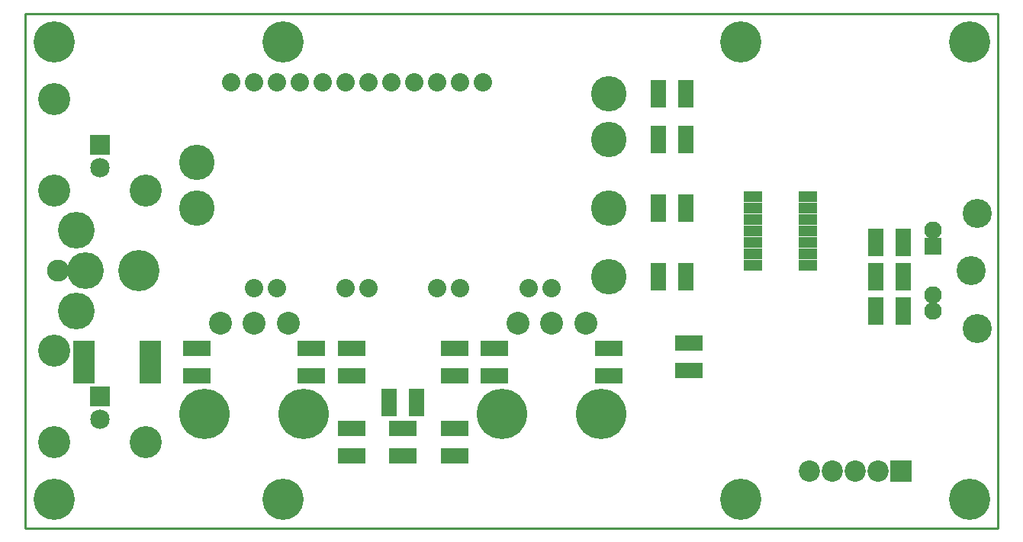
<source format=gbs>
G04 (created by PCBNEW-RS274X (2011-05-25)-stable) date Thu 26 Sep 2013 02:57:48 PM EDT*
G01*
G70*
G90*
%MOIN*%
G04 Gerber Fmt 3.4, Leading zero omitted, Abs format*
%FSLAX34Y34*%
G04 APERTURE LIST*
%ADD10C,0.006000*%
%ADD11C,0.009000*%
%ADD12C,0.127000*%
%ADD13C,0.076000*%
%ADD14R,0.076000X0.076000*%
%ADD15C,0.180000*%
%ADD16R,0.120000X0.070000*%
%ADD17C,0.080000*%
%ADD18R,0.070000X0.120000*%
%ADD19C,0.220000*%
%ADD20C,0.100000*%
%ADD21C,0.096000*%
%ADD22C,0.160000*%
%ADD23C,0.140000*%
%ADD24R,0.085000X0.085000*%
%ADD25C,0.085000*%
%ADD26C,0.093000*%
%ADD27R,0.093000X0.093000*%
%ADD28R,0.095000X0.190000*%
%ADD29C,0.155000*%
%ADD30R,0.080000X0.045000*%
G04 APERTURE END LIST*
G54D10*
G54D11*
X29500Y-30500D02*
X29500Y-53000D01*
X72000Y-30500D02*
X29500Y-30500D01*
X72000Y-53000D02*
X72000Y-30500D01*
X29500Y-53000D02*
X72000Y-53000D01*
G54D12*
X71090Y-44270D03*
X71090Y-39230D03*
G54D13*
X69170Y-43520D03*
X69170Y-39980D03*
X69170Y-42815D03*
G54D14*
X69170Y-40685D03*
G54D12*
X70820Y-41750D03*
G54D15*
X30750Y-51750D03*
X40750Y-51750D03*
X30750Y-31750D03*
G54D16*
X48250Y-45150D03*
X48250Y-46350D03*
X43750Y-46350D03*
X43750Y-45150D03*
G54D15*
X60750Y-51750D03*
X70750Y-31750D03*
X70750Y-51750D03*
G54D16*
X42000Y-46350D03*
X42000Y-45150D03*
X43750Y-48650D03*
X43750Y-49850D03*
G54D17*
X44500Y-42500D03*
X43500Y-42500D03*
X40500Y-42500D03*
X39500Y-42500D03*
X47500Y-42500D03*
X48500Y-42500D03*
X51500Y-42500D03*
X52500Y-42500D03*
X38500Y-33500D03*
X39500Y-33500D03*
X40500Y-33500D03*
X41500Y-33500D03*
X42500Y-33500D03*
X43500Y-33500D03*
X44500Y-33500D03*
X45500Y-33500D03*
X46500Y-33500D03*
X47500Y-33500D03*
X48500Y-33500D03*
X49500Y-33500D03*
G54D18*
X66650Y-43500D03*
X67850Y-43500D03*
G54D16*
X58500Y-46100D03*
X58500Y-44900D03*
G54D18*
X45400Y-47500D03*
X46600Y-47500D03*
G54D16*
X46000Y-48650D03*
X46000Y-49850D03*
X55000Y-46350D03*
X55000Y-45150D03*
X50000Y-45150D03*
X50000Y-46350D03*
X37000Y-45150D03*
X37000Y-46350D03*
G54D18*
X58350Y-39000D03*
X57150Y-39000D03*
X66650Y-40500D03*
X67850Y-40500D03*
G54D16*
X48250Y-49850D03*
X48250Y-48650D03*
G54D18*
X66650Y-42000D03*
X67850Y-42000D03*
G54D19*
X41670Y-48000D03*
X37330Y-48000D03*
G54D20*
X39500Y-44060D03*
X40980Y-44060D03*
X38020Y-44060D03*
G54D19*
X54670Y-48000D03*
X50330Y-48000D03*
G54D20*
X52500Y-44060D03*
X53980Y-44060D03*
X51020Y-44060D03*
G54D15*
X40750Y-31750D03*
G54D18*
X57150Y-34000D03*
X58350Y-34000D03*
X58350Y-36000D03*
X57150Y-36000D03*
X57150Y-42000D03*
X58350Y-42000D03*
G54D21*
X30930Y-41750D03*
G54D22*
X32110Y-41750D03*
G54D15*
X34470Y-41750D03*
G54D22*
X31720Y-39980D03*
X31720Y-43520D03*
G54D23*
X30750Y-38250D03*
X30750Y-34250D03*
G54D24*
X32750Y-36250D03*
G54D25*
X32750Y-37250D03*
G54D23*
X34750Y-38250D03*
X30750Y-49250D03*
X30750Y-45250D03*
G54D24*
X32750Y-47250D03*
G54D25*
X32750Y-48250D03*
G54D23*
X34750Y-49250D03*
G54D26*
X66750Y-50500D03*
X65750Y-50500D03*
G54D27*
X67750Y-50500D03*
G54D26*
X64750Y-50500D03*
X63750Y-50500D03*
G54D15*
X60750Y-31750D03*
G54D28*
X34950Y-45750D03*
X32050Y-45750D03*
G54D29*
X37000Y-39000D03*
X37000Y-37000D03*
X55000Y-34000D03*
X55000Y-36000D03*
X55000Y-39000D03*
X55000Y-42000D03*
G54D30*
X61300Y-41500D03*
X61300Y-41000D03*
X61300Y-40500D03*
X61300Y-40000D03*
X61300Y-39500D03*
X61300Y-39000D03*
X61300Y-38500D03*
X63700Y-38500D03*
X63700Y-39000D03*
X63700Y-39500D03*
X63700Y-40000D03*
X63700Y-40500D03*
X63700Y-41000D03*
X63700Y-41500D03*
M02*

</source>
